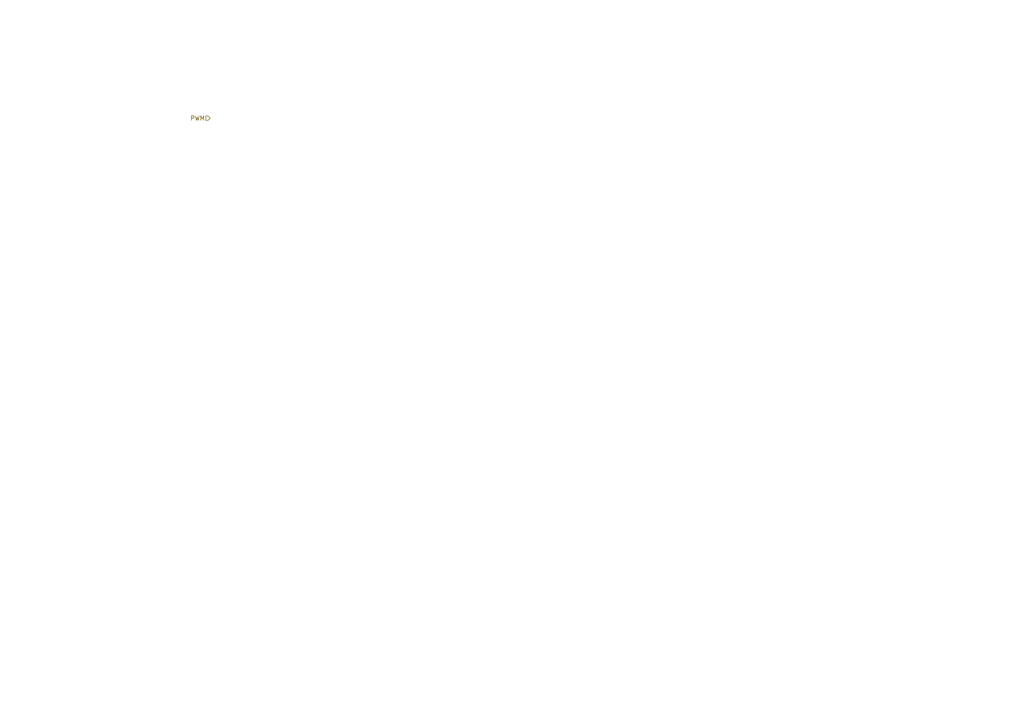
<source format=kicad_sch>
(kicad_sch (version 20211123) (generator eeschema)
  (paper "A4")
  (title_block (title "Gear Display Board") (date "2022-08-07") (rev "1.0") (company "Kallio Designs Oy") (comment 1 "Teemu Latonen") (comment 2 "ASSEMBLY_PN") (comment 3 "PCB_PN"))
  (lib_symbols)
  (hierarchical_label "PWM" (shape input) (at 60.96 34.29 180))
)
</source>
